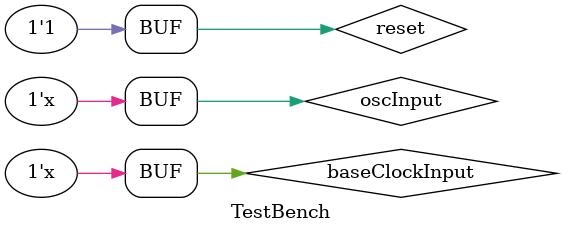
<source format=v>
`timescale 1ns / 100ps


module TestBench;

	// Inputs
	reg baseClockInput;
	reg oscInput;
	reg reset;

	// Outputs
	wire dpllOutput;
	wire xorOutput;
	wire dlfCarry;
	wire dlfBorrow;
	wire DCOout;
	wire [19:0]counter;

	// Instantiate the Unit Under Test (UUT)
	DPLL uut (
		.baseClockInput(baseClockInput), 
		.oscInput(oscInput), 
		.reset(reset),
		.dpllOutput(dpllOutput),
		.dpdOut(xorOutput),
		.dlfCarry(dlfCarry),
		.dlfBorrow(dlfBorrow),
		.inc(inc),
		.dec(dec),
		.DCOout(DCOout),
		.HDivClk(HDivClk),
		.counter(counter)
	);

	initial begin
		// Initialize Inputs
		baseClockInput = 0;
		oscInput = 0;
		reset = 0;

		// Wait 100 ns for global reset to finish
		#100;
        
		// Add stimulus here

		reset = 1;


	end
    always #50 oscInput =~ oscInput;
    always #510 baseClockInput =~ baseClockInput;
      
endmodule


</source>
